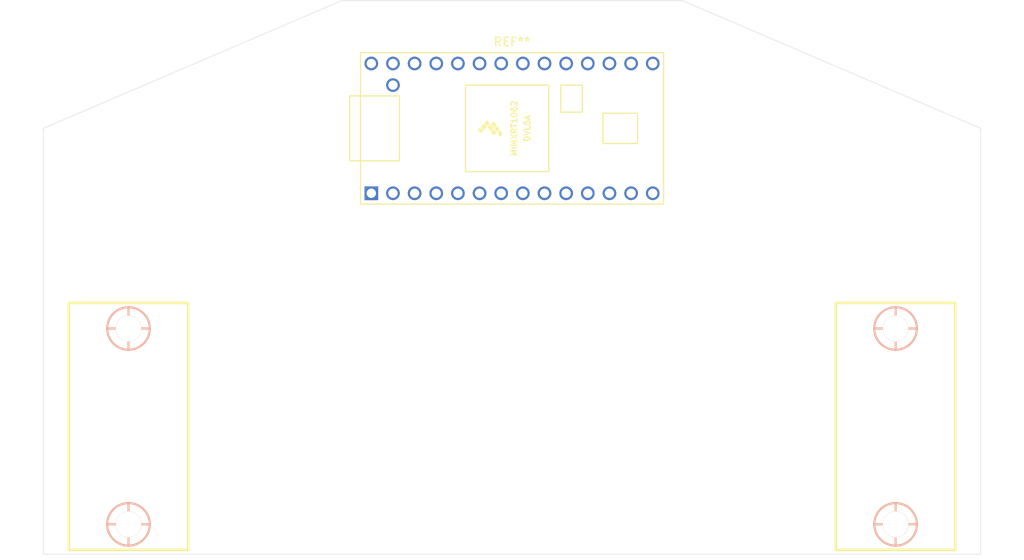
<source format=kicad_pcb>
(kicad_pcb (version 20171130) (host pcbnew "(5.1.4)-1")

  (general
    (thickness 1.6)
    (drawings 18)
    (tracks 0)
    (zones 0)
    (modules 3)
    (nets 1)
  )

  (page A4)
  (layers
    (0 F.Cu signal)
    (31 B.Cu signal)
    (32 B.Adhes user)
    (33 F.Adhes user)
    (34 B.Paste user)
    (35 F.Paste user)
    (36 B.SilkS user)
    (37 F.SilkS user)
    (38 B.Mask user)
    (39 F.Mask user)
    (40 Dwgs.User user)
    (41 Cmts.User user)
    (42 Eco1.User user)
    (43 Eco2.User user)
    (44 Edge.Cuts user)
    (45 Margin user)
    (46 B.CrtYd user)
    (47 F.CrtYd user)
    (48 B.Fab user)
    (49 F.Fab user)
  )

  (setup
    (last_trace_width 0.25)
    (trace_clearance 0.2)
    (zone_clearance 0.508)
    (zone_45_only no)
    (trace_min 0.2)
    (via_size 0.8)
    (via_drill 0.4)
    (via_min_size 0.4)
    (via_min_drill 0.3)
    (uvia_size 0.3)
    (uvia_drill 0.1)
    (uvias_allowed no)
    (uvia_min_size 0.2)
    (uvia_min_drill 0.1)
    (edge_width 0.05)
    (segment_width 0.2)
    (pcb_text_width 0.3)
    (pcb_text_size 1.5 1.5)
    (mod_edge_width 0.12)
    (mod_text_size 1 1)
    (mod_text_width 0.15)
    (pad_size 1.524 1.524)
    (pad_drill 0.762)
    (pad_to_mask_clearance 0.051)
    (solder_mask_min_width 0.25)
    (aux_axis_origin 0 0)
    (visible_elements FFFFFF7F)
    (pcbplotparams
      (layerselection 0x010fc_ffffffff)
      (usegerberextensions false)
      (usegerberattributes false)
      (usegerberadvancedattributes false)
      (creategerberjobfile false)
      (excludeedgelayer true)
      (linewidth 0.100000)
      (plotframeref false)
      (viasonmask false)
      (mode 1)
      (useauxorigin false)
      (hpglpennumber 1)
      (hpglpenspeed 20)
      (hpglpendiameter 15.000000)
      (psnegative false)
      (psa4output false)
      (plotreference true)
      (plotvalue true)
      (plotinvisibletext false)
      (padsonsilk false)
      (subtractmaskfromsilk false)
      (outputformat 1)
      (mirror false)
      (drillshape 1)
      (scaleselection 1)
      (outputdirectory ""))
  )

  (net 0 "")

  (net_class Default "Esta es la clase de red por defecto."
    (clearance 0.2)
    (trace_width 0.25)
    (via_dia 0.8)
    (via_drill 0.4)
    (uvia_dia 0.3)
    (uvia_drill 0.1)
  )

  (module EESTN5:Teensy40_B (layer F.Cu) (tedit 5FD6D016) (tstamp 60A73754)
    (at 125 100)
    (descr "Sin los pines posteriores")
    (fp_text reference REF** (at 0 -10.16) (layer F.SilkS)
      (effects (font (size 1 1) (thickness 0.15)))
    )
    (fp_text value Teensy4.0 (at 0 10.16) (layer F.Fab)
      (effects (font (size 1 1) (thickness 0.15)))
    )
    (fp_text user DVL6A (at 1.778 0 90) (layer F.SilkS)
      (effects (font (size 0.7 0.7) (thickness 0.15)))
    )
    (fp_text user MIMXRT1062 (at 0.254 0 90) (layer F.SilkS)
      (effects (font (size 0.7 0.7) (thickness 0.15)))
    )
    (fp_line (start -17.78 3.81) (end -19.05 3.81) (layer F.SilkS) (width 0.15))
    (fp_line (start -19.05 3.81) (end -19.05 -3.81) (layer F.SilkS) (width 0.15))
    (fp_line (start -19.05 -3.81) (end -17.78 -3.81) (layer F.SilkS) (width 0.15))
    (fp_line (start -13.208 3.81) (end -13.208 -3.81) (layer F.SilkS) (width 0.15))
    (fp_line (start -13.208 -3.81) (end -17.78 -3.81) (layer F.SilkS) (width 0.15))
    (fp_line (start -13.208 3.81) (end -17.78 3.81) (layer F.SilkS) (width 0.15))
    (fp_line (start 14.732 -1.778) (end 14.732 1.778) (layer F.SilkS) (width 0.15))
    (fp_line (start 14.732 1.778) (end 10.668 1.778) (layer F.SilkS) (width 0.15))
    (fp_line (start 10.668 1.778) (end 10.668 -1.778) (layer F.SilkS) (width 0.15))
    (fp_line (start 10.668 -1.778) (end 14.732 -1.778) (layer F.SilkS) (width 0.15))
    (fp_line (start 4.318 5.08) (end 4.318 -5.08) (layer F.SilkS) (width 0.15))
    (fp_line (start -5.461 -5.08) (end -5.461 5.08) (layer F.SilkS) (width 0.15))
    (fp_line (start 4.318 -5.08) (end -5.461 -5.08) (layer F.SilkS) (width 0.15))
    (fp_line (start 4.318 5.08) (end -5.461 5.08) (layer F.SilkS) (width 0.15))
    (fp_line (start -17.78 -8.89) (end 17.78 -8.89) (layer F.SilkS) (width 0.15))
    (fp_line (start 17.78 -8.89) (end 17.78 8.89) (layer F.SilkS) (width 0.15))
    (fp_line (start 17.78 8.89) (end -17.78 8.89) (layer F.SilkS) (width 0.15))
    (fp_line (start -17.78 8.89) (end -17.78 -8.89) (layer F.SilkS) (width 0.15))
    (fp_line (start 5.715 -5.08) (end 8.255 -5.08) (layer F.SilkS) (width 0.15))
    (fp_line (start 8.255 -5.08) (end 8.255 -1.905) (layer F.SilkS) (width 0.15))
    (fp_line (start 8.255 -1.905) (end 5.715 -1.905) (layer F.SilkS) (width 0.15))
    (fp_line (start 5.715 -1.905) (end 5.715 -5.08) (layer F.SilkS) (width 0.15))
    (fp_poly (pts (xy -3.175 -0.635) (xy -2.921 -0.889) (xy -2.667 -0.508) (xy -2.921 -0.254)) (layer F.SilkS) (width 0.1))
    (fp_poly (pts (xy -2.794 -0.127) (xy -2.54 -0.381) (xy -2.286 0) (xy -2.54 0.254)) (layer F.SilkS) (width 0.1))
    (fp_poly (pts (xy -2.413 0.381) (xy -2.159 0.127) (xy -1.905 0.508) (xy -2.159 0.762)) (layer F.SilkS) (width 0.1))
    (fp_poly (pts (xy -2.413 -0.508) (xy -2.159 -0.762) (xy -1.905 -0.381) (xy -2.159 -0.127)) (layer F.SilkS) (width 0.1))
    (fp_poly (pts (xy -2.032 0) (xy -1.778 -0.254) (xy -1.524 0.127) (xy -1.778 0.381)) (layer F.SilkS) (width 0.1))
    (fp_poly (pts (xy -1.651 0.508) (xy -1.397 0.254) (xy -1.143 0.635) (xy -1.397 0.889)) (layer F.SilkS) (width 0.1))
    (fp_poly (pts (xy -3.556 -0.254) (xy -3.302 -0.508) (xy -3.048 -0.127) (xy -3.302 0.127)) (layer F.SilkS) (width 0.1))
    (fp_poly (pts (xy -3.937 0.127) (xy -3.683 -0.127) (xy -3.429 0.254) (xy -3.683 0.508)) (layer F.SilkS) (width 0.1))
    (pad 1 thru_hole rect (at -16.51 7.62) (size 1.6 1.6) (drill 1.1) (layers *.Cu *.Mask))
    (pad 2 thru_hole circle (at -13.97 7.62) (size 1.6 1.6) (drill 1.1) (layers *.Cu *.Mask))
    (pad 3 thru_hole circle (at -11.43 7.62) (size 1.6 1.6) (drill 1.1) (layers *.Cu *.Mask))
    (pad 4 thru_hole circle (at -8.89 7.62) (size 1.6 1.6) (drill 1.1) (layers *.Cu *.Mask))
    (pad 5 thru_hole circle (at -6.35 7.62) (size 1.6 1.6) (drill 1.1) (layers *.Cu *.Mask))
    (pad 6 thru_hole circle (at -3.81 7.62) (size 1.6 1.6) (drill 1.1) (layers *.Cu *.Mask))
    (pad 7 thru_hole circle (at -1.27 7.62) (size 1.6 1.6) (drill 1.1) (layers *.Cu *.Mask))
    (pad 8 thru_hole circle (at 1.27 7.62) (size 1.6 1.6) (drill 1.1) (layers *.Cu *.Mask))
    (pad 9 thru_hole circle (at 3.81 7.62) (size 1.6 1.6) (drill 1.1) (layers *.Cu *.Mask))
    (pad 10 thru_hole circle (at 6.35 7.62) (size 1.6 1.6) (drill 1.1) (layers *.Cu *.Mask))
    (pad 11 thru_hole circle (at 8.89 7.62) (size 1.6 1.6) (drill 1.1) (layers *.Cu *.Mask))
    (pad 12 thru_hole circle (at 11.43 7.62) (size 1.6 1.6) (drill 1.1) (layers *.Cu *.Mask))
    (pad 13 thru_hole circle (at 13.97 7.62) (size 1.6 1.6) (drill 1.1) (layers *.Cu *.Mask))
    (pad 34 thru_hole circle (at -13.97 -5.08) (size 1.6 1.6) (drill 1.1) (layers *.Cu *.Mask))
    (pad 33 thru_hole circle (at -16.51 -7.62) (size 1.6 1.6) (drill 1.1) (layers *.Cu *.Mask))
    (pad 32 thru_hole circle (at -13.97 -7.62) (size 1.6 1.6) (drill 1.1) (layers *.Cu *.Mask))
    (pad 31 thru_hole circle (at -11.43 -7.62) (size 1.6 1.6) (drill 1.1) (layers *.Cu *.Mask))
    (pad 30 thru_hole circle (at -8.89 -7.62) (size 1.6 1.6) (drill 1.1) (layers *.Cu *.Mask))
    (pad 29 thru_hole circle (at -6.35 -7.62) (size 1.6 1.6) (drill 1.1) (layers *.Cu *.Mask))
    (pad 28 thru_hole circle (at -3.81 -7.62) (size 1.6 1.6) (drill 1.1) (layers *.Cu *.Mask))
    (pad 27 thru_hole circle (at -1.27 -7.62) (size 1.6 1.6) (drill 1.1) (layers *.Cu *.Mask))
    (pad 26 thru_hole circle (at 1.27 -7.62) (size 1.6 1.6) (drill 1.1) (layers *.Cu *.Mask))
    (pad 25 thru_hole circle (at 3.81 -7.62) (size 1.6 1.6) (drill 1.1) (layers *.Cu *.Mask))
    (pad 24 thru_hole circle (at 6.35 -7.62) (size 1.6 1.6) (drill 1.1) (layers *.Cu *.Mask))
    (pad 23 thru_hole circle (at 8.89 -7.62) (size 1.6 1.6) (drill 1.1) (layers *.Cu *.Mask))
    (pad 22 thru_hole circle (at 11.43 -7.62) (size 1.6 1.6) (drill 1.1) (layers *.Cu *.Mask))
    (pad 21 thru_hole circle (at 13.97 -7.62) (size 1.6 1.6) (drill 1.1) (layers *.Cu *.Mask))
    (pad 14 thru_hole circle (at 16.51 7.62) (size 1.6 1.6) (drill 1.1) (layers *.Cu *.Mask))
    (pad 20 thru_hole circle (at 16.51 -7.62) (size 1.6 1.6) (drill 1.1) (layers *.Cu *.Mask))
  )

  (module EESTN5:Pololu_Micro_Con_Soporte_Simple (layer F.Cu) (tedit 5FDA008B) (tstamp 60A734B2)
    (at 170 135 90)
    (descr "Pololu Micro Gear Motor W/Mount")
    (fp_text reference Pololu_Micro_Gear_Motor (at 0.3175 -8.001 90) (layer F.SilkS) hide
      (effects (font (size 1.524 1.524) (thickness 0.3048)))
    )
    (fp_text value VAL** (at 0.5715 -5.3975 90) (layer F.SilkS) hide
      (effects (font (size 1.524 1.524) (thickness 0.3048)))
    )
    (fp_line (start -14.5 -7) (end -14.5 7) (layer F.SilkS) (width 0.3048))
    (fp_line (start 14.5 -7) (end -14.5 -7) (layer F.SilkS) (width 0.3048))
    (fp_line (start 14.5 7) (end 14.5 -7) (layer F.SilkS) (width 0.3048))
    (fp_line (start -14.5 7) (end 14.5 7) (layer F.SilkS) (width 0.3048))
    (fp_line (start 11.5 -2.5) (end 11.5 2.5) (layer B.SilkS) (width 0.254))
    (fp_line (start 9 0) (end 14 0) (layer B.SilkS) (width 0.254))
    (fp_circle (center 11.5 0) (end 14 0) (layer B.SilkS) (width 0.254))
    (fp_circle (center 11.5 0) (end 14 0) (layer F.SilkS) (width 0.254))
    (fp_line (start 9 0) (end 14 0) (layer F.SilkS) (width 0.254))
    (fp_line (start 11.5 -2.5) (end 11.5 2.5) (layer F.SilkS) (width 0.254))
    (fp_line (start -14 0) (end -9 0) (layer F.SilkS) (width 0.254))
    (fp_line (start -11.5 -2.5) (end -11.5 2.5) (layer F.SilkS) (width 0.254))
    (fp_circle (center -11.5 0) (end -9 0) (layer F.SilkS) (width 0.254))
    (fp_line (start -11.5 -2.5) (end -11.5 2.5) (layer B.SilkS) (width 0.254))
    (fp_line (start -14 0) (end -9 0) (layer B.SilkS) (width 0.254))
    (fp_circle (center -11.5 0) (end -9 0) (layer B.SilkS) (width 0.254))
    (pad 1 thru_hole circle (at 11.5 0 90) (size 3 3) (drill 3) (layers *.Cu F.SilkS))
    (pad 4 thru_hole circle (at -11.5 0 90) (size 3 3) (drill 3) (layers *.Cu F.SilkS))
    (model ${KISYS3DMOD}/Rueda_Velocista.wrl
      (at (xyz 0 0 0))
      (scale (xyz 1 1 1))
      (rotate (xyz 0 0 0))
    )
    (model ${KISYS3DMOD}/Rueda_Velocista_60mm.wrl
      (at (xyz 0 0 0))
      (scale (xyz 1 1 1))
      (rotate (xyz 0 0 0))
    )
  )

  (module EESTN5:Pololu_Micro_Con_Soporte_Simple (layer F.Cu) (tedit 5FDA008B) (tstamp 60A7349A)
    (at 80 135 270)
    (descr "Pololu Micro Gear Motor W/Mount")
    (fp_text reference Pololu_Micro_Gear_Motor (at 0.3175 -8.001 90) (layer F.SilkS) hide
      (effects (font (size 1.524 1.524) (thickness 0.3048)))
    )
    (fp_text value VAL** (at 0.5715 -5.3975 90) (layer F.SilkS) hide
      (effects (font (size 1.524 1.524) (thickness 0.3048)))
    )
    (fp_circle (center -11.5 0) (end -9 0) (layer B.SilkS) (width 0.254))
    (fp_line (start -14 0) (end -9 0) (layer B.SilkS) (width 0.254))
    (fp_line (start -11.5 -2.5) (end -11.5 2.5) (layer B.SilkS) (width 0.254))
    (fp_circle (center -11.5 0) (end -9 0) (layer F.SilkS) (width 0.254))
    (fp_line (start -11.5 -2.5) (end -11.5 2.5) (layer F.SilkS) (width 0.254))
    (fp_line (start -14 0) (end -9 0) (layer F.SilkS) (width 0.254))
    (fp_line (start 11.5 -2.5) (end 11.5 2.5) (layer F.SilkS) (width 0.254))
    (fp_line (start 9 0) (end 14 0) (layer F.SilkS) (width 0.254))
    (fp_circle (center 11.5 0) (end 14 0) (layer F.SilkS) (width 0.254))
    (fp_circle (center 11.5 0) (end 14 0) (layer B.SilkS) (width 0.254))
    (fp_line (start 9 0) (end 14 0) (layer B.SilkS) (width 0.254))
    (fp_line (start 11.5 -2.5) (end 11.5 2.5) (layer B.SilkS) (width 0.254))
    (fp_line (start -14.5 7) (end 14.5 7) (layer F.SilkS) (width 0.3048))
    (fp_line (start 14.5 7) (end 14.5 -7) (layer F.SilkS) (width 0.3048))
    (fp_line (start 14.5 -7) (end -14.5 -7) (layer F.SilkS) (width 0.3048))
    (fp_line (start -14.5 -7) (end -14.5 7) (layer F.SilkS) (width 0.3048))
    (pad 4 thru_hole circle (at -11.5 0 270) (size 3 3) (drill 3) (layers *.Cu F.SilkS))
    (pad 1 thru_hole circle (at 11.5 0 270) (size 3 3) (drill 3) (layers *.Cu F.SilkS))
    (model ${KISYS3DMOD}/Rueda_Velocista.wrl
      (at (xyz 0 0 0))
      (scale (xyz 1 1 1))
      (rotate (xyz 0 0 0))
    )
    (model ${KISYS3DMOD}/Rueda_Velocista_60mm.wrl
      (at (xyz 0 0 0))
      (scale (xyz 1 1 1))
      (rotate (xyz 0 0 0))
    )
  )

  (gr_line (start 70 150) (end 70 100) (layer Edge.Cuts) (width 0.05) (tstamp 60A7382D))
  (gr_line (start 180 150) (end 70 150) (layer Edge.Cuts) (width 0.05))
  (gr_line (start 180 100) (end 180 150) (layer Edge.Cuts) (width 0.05))
  (gr_line (start 145 85) (end 180 100) (layer Edge.Cuts) (width 0.05))
  (gr_line (start 105 85) (end 145 85) (layer Edge.Cuts) (width 0.05))
  (gr_line (start 70 100) (end 105 85) (layer Edge.Cuts) (width 0.05))
  (gr_line (start 70 100) (end 70 150) (layer Dwgs.User) (width 0.15))
  (gr_line (start 105 85) (end 70 100) (layer Dwgs.User) (width 0.15))
  (gr_line (start 180 100) (end 65 100) (layer Dwgs.User) (width 0.15))
  (gr_line (start 180 100) (end 180 150) (layer Dwgs.User) (width 0.15))
  (gr_line (start 145 85) (end 180 100) (layer Dwgs.User) (width 0.15))
  (gr_line (start 105 85) (end 145 85) (layer Dwgs.User) (width 0.15))
  (dimension 15 (width 0.15) (layer Dwgs.User)
    (gr_text "15,000 mm" (at 123.7 137.5 270) (layer Dwgs.User)
      (effects (font (size 1 1) (thickness 0.15)))
    )
    (feature1 (pts (xy 125 145) (xy 124.413579 145)))
    (feature2 (pts (xy 125 130) (xy 124.413579 130)))
    (crossbar (pts (xy 125 130) (xy 125 145)))
    (arrow1a (pts (xy 125 145) (xy 124.413579 143.873496)))
    (arrow1b (pts (xy 125 145) (xy 125.586421 143.873496)))
    (arrow2a (pts (xy 125 130) (xy 124.413579 131.126504)))
    (arrow2b (pts (xy 125 130) (xy 125.586421 131.126504)))
  )
  (dimension 15 (width 0.15) (layer Dwgs.User)
    (gr_text "15,000 mm" (at 123.7 122.5 270) (layer Dwgs.User)
      (effects (font (size 1 1) (thickness 0.15)))
    )
    (feature1 (pts (xy 125 130) (xy 124.413579 130)))
    (feature2 (pts (xy 125 115) (xy 124.413579 115)))
    (crossbar (pts (xy 125 115) (xy 125 130)))
    (arrow1a (pts (xy 125 130) (xy 124.413579 128.873496)))
    (arrow1b (pts (xy 125 130) (xy 125.586421 128.873496)))
    (arrow2a (pts (xy 125 115) (xy 124.413579 116.126504)))
    (arrow2b (pts (xy 125 115) (xy 125.586421 116.126504)))
  )
  (dimension 15 (width 0.15) (layer Dwgs.User)
    (gr_text "15,000 mm" (at 132.5 128.7) (layer Dwgs.User)
      (effects (font (size 1 1) (thickness 0.15)))
    )
    (feature1 (pts (xy 125 130) (xy 125 129.413579)))
    (feature2 (pts (xy 140 130) (xy 140 129.413579)))
    (crossbar (pts (xy 140 130) (xy 125 130)))
    (arrow1a (pts (xy 125 130) (xy 126.126504 129.413579)))
    (arrow1b (pts (xy 125 130) (xy 126.126504 130.586421)))
    (arrow2a (pts (xy 140 130) (xy 138.873496 129.413579)))
    (arrow2b (pts (xy 140 130) (xy 138.873496 130.586421)))
  )
  (dimension 15 (width 0.15) (layer Dwgs.User)
    (gr_text "15,000 mm" (at 117.5 128.7) (layer Dwgs.User)
      (effects (font (size 1 1) (thickness 0.15)))
    )
    (feature1 (pts (xy 110 130) (xy 110 129.413579)))
    (feature2 (pts (xy 125 130) (xy 125 129.413579)))
    (crossbar (pts (xy 125 130) (xy 110 130)))
    (arrow1a (pts (xy 110 130) (xy 111.126504 129.413579)))
    (arrow1b (pts (xy 110 130) (xy 111.126504 130.586421)))
    (arrow2a (pts (xy 125 130) (xy 123.873496 129.413579)))
    (arrow2b (pts (xy 125 130) (xy 123.873496 130.586421)))
  )
  (gr_circle (center 125 130) (end 140 135) (layer Dwgs.User) (width 0.15))
  (dimension 120 (width 0.15) (layer Dwgs.User)
    (gr_text "120,000 mm" (at 125 148.7) (layer Dwgs.User)
      (effects (font (size 1 1) (thickness 0.15)))
    )
    (feature1 (pts (xy 65 150) (xy 65 149.413579)))
    (feature2 (pts (xy 185 150) (xy 185 149.413579)))
    (crossbar (pts (xy 185 150) (xy 65 150)))
    (arrow1a (pts (xy 65 150) (xy 66.126504 149.413579)))
    (arrow1b (pts (xy 65 150) (xy 66.126504 150.586421)))
    (arrow2a (pts (xy 185 150) (xy 183.873496 149.413579)))
    (arrow2b (pts (xy 185 150) (xy 183.873496 150.586421)))
  )

)

</source>
